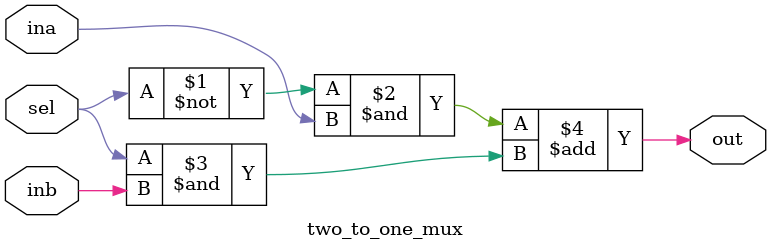
<source format=v>


// ++++++++++++++++++++++++++++++++++++++++++++++++++++++++++++++++++++++++++++

  // File Name   : SMC.v
  // Module Name : SMC
  // Release version : V1.0 (Release Date: 2023-09)

// ++++++++++++++++++++++++++++++++++++++++++++++++++++++++++++++++++++++++++++
// ############################################################################


module SMC(
  // Input signals
    mode,
    W_0, V_GS_0, V_DS_0,
    W_1, V_GS_1, V_DS_1,
    W_2, V_GS_2, V_DS_2,
    W_3, V_GS_3, V_DS_3,
    W_4, V_GS_4, V_DS_4,
    W_5, V_GS_5, V_DS_5,   
  // Output signals
    out_n
);

// ================================================================
  // INPUT AND OUTPUT DECLARATION                         
// ================================================================
input [2:0] W_0, V_GS_0, V_DS_0;
input [2:0] W_1, V_GS_1, V_DS_1;
input [2:0] W_2, V_GS_2, V_DS_2;
input [2:0] W_3, V_GS_3, V_DS_3;
input [2:0] W_4, V_GS_4, V_DS_4;
input [2:0] W_5, V_GS_5, V_DS_5;
input [1:0] mode;
// output [7:0] out_n;         					// use this if using continuous assignment for out_n  // Ex: assign out_n = XXX;
output reg [7:0] out_n; 								// use this if using procedure assignment for out_n   // Ex: always@(*) begin out_n = XXX; end

// ================================================================
   // Wire & Registers 
// ================================================================
// Declare the wire/reg you would use in your circuit
// remember 
// wire for port connection and cont. assignment
// reg for proc. assignment
wire [7:0] Id_or_Gm0 ;
wire [7:0] Id_or_Gm1 ;
wire [7:0] Id_or_Gm2 ;
wire [7:0] Id_or_Gm3 ;
wire [7:0] Id_or_Gm4 ;
wire [7:0] Id_or_Gm5 ;

wire [7:0] temp0, temp1, temp2, temp3 ;
wire [7:0] temp4, temp5, temp6, temp7 ;
wire [7:0] temp8, temp9, temp10, temp11 ;
wire [7:0] temp12, temp13, temp14, temp15 ;
wire [7:0] temp16, temp17 ;
wire [7:0] n0, n1, n2, n3, n4, n5 ;
wire [6:0] out ;


// ================================================================
   // DESIGN
// ================================================================

/*Calculate Id or gm*/
Cal_Id_Gm c0 (.mode(mode[0]), .w(W_0), .vgs(V_GS_0), .vds(V_DS_0), .Id_or_Gm(Id_or_Gm0)) ;
Cal_Id_Gm c1 (.mode(mode[0]), .w(W_1), .vgs(V_GS_1), .vds(V_DS_1), .Id_or_Gm(Id_or_Gm1)) ;
Cal_Id_Gm c2 (.mode(mode[0]), .w(W_2), .vgs(V_GS_2), .vds(V_DS_2), .Id_or_Gm(Id_or_Gm2)) ;
Cal_Id_Gm c3 (.mode(mode[0]), .w(W_3), .vgs(V_GS_3), .vds(V_DS_3), .Id_or_Gm(Id_or_Gm3)) ;
Cal_Id_Gm c4 (.mode(mode[0]), .w(W_4), .vgs(V_GS_4), .vds(V_DS_4), .Id_or_Gm(Id_or_Gm4)) ;
Cal_Id_Gm c5 (.mode(mode[0]), .w(W_5), .vgs(V_GS_5), .vds(V_DS_5), .Id_or_Gm(Id_or_Gm5)) ;


/*Sort*/
comparator c6  (.in1(Id_or_Gm0), .in2(Id_or_Gm5), .out1(temp0), .out2(temp1)) ;
comparator c7  (.in1(Id_or_Gm1), .in2(Id_or_Gm3), .out1(temp2), .out2(temp3)) ;
comparator c8  (.in1(Id_or_Gm2), .in2(Id_or_Gm4), .out1(temp4), .out2(temp5)) ;
comparator c9  (.in1(temp2), .in2(temp4), .out1(temp6), .out2(temp7)) ;
comparator c10 (.in1(temp3), .in2(temp5), .out1(temp8), .out2(temp9)) ;
comparator c11 (.in1(temp0), .in2(temp8), .out1(temp10), .out2(temp11)) ;
comparator c12 (.in1(temp7), .in2(temp1), .out1(temp12), .out2(temp13)) ;
comparator c13 (.in1(temp10), .in2(temp6), .out1(n0), .out2(temp14)) ;
comparator c14 (.in1(temp12), .in2(temp11), .out1(temp15), .out2(temp16)) ;
comparator c15 (.in1(temp9), .in2(temp13), .out1(temp17), .out2(n5)) ;
comparator c16 (.in1(temp14), .in2(temp15), .out1(n1), .out2(n2)) ;
comparator c17 (.in1(temp16), .in2(temp17), .out1(n3), .out2(n4)) ;


/*Select according to mode*/
Cal_out c18 (.mode(mode), .n0(n0), .n1(n1), .n2(n2), .n3(n3), .n4(n4), .n5(n5), .out(out)) ;


/*Output*/
always @(*) begin 
	out_n = out ;
end

endmodule


// ================================================================
  // SUB MODULE
// ================================================================

module Cal_Id_Gm (mode, w, vgs, vds, Id_or_Gm);

input  mode ;
input  [2:0] w, vgs, vds ;
output [7:0] Id_or_Gm ;

wire [2:0] vgs_m1 ;
wire [3:0] Gm_satur ;
wire [6:0] vgs_m1_sh_vds ;
wire [3:0] Gm_triode ;
wire [2:0] vds_or_vgs_m1 ;
wire [5:0] squ_out ;
wire [5:0] Cu_triode ;
wire [5:0] mux_temp1 ;
wire [5:0] mux_temp2 ;
wire [5:0] mux_out ;

// assign vgs_m1 = vgs - 1 ;      //  vgs - 1
assign vgs_m1[2] = vgs[2] & (vgs[1] | vgs[0]) ;
assign vgs_m1[1] = ~(vgs[1] ^ vgs[0]) ;
assign vgs_m1[0] = ~vgs[0] ;
assign Gm_satur = vgs_m1 << 1 ;  // (vgs - 1)*2 
four_bit_muti f0 (.in1(Gm_satur), .in2(vds), .out(vgs_m1_sh_vds)) ;
// assign vgs_m1_sh_vds = Gm_satur * vds ;  // 2(vgs - 1)*vds 
assign Gm_triode = vds << 1 ;     //  2*vds

assign vds_or_vgs_m1 = (vgs_m1 > vds) ? vds : vgs_m1 ; 
// two_to_one_mux t0 (.ina(vgs_m1[0]), .inb(vds[0]), .sel(vgs_m1 > vds), .out(vds_or_vgs_m1[0])) ;
// two_to_one_mux t1 (.ina(vgs_m1[1]), .inb(vds[1]), .sel(vgs_m1 > vds), .out(vds_or_vgs_m1[1])) ;
// two_to_one_mux t2 (.ina(vgs_m1[2]), .inb(vds[2]), .sel(vgs_m1 > vds), .out(vds_or_vgs_m1[2])) ;

square_LUT s0 (.in(vds_or_vgs_m1), .squ_out(squ_out)) ; // vds or (vgs-1) square
assign Cu_triode = vgs_m1_sh_vds - squ_out ; // 2(vgs - 1)*vds  - vds^2
assign mux_temp1 = (mode) ? Cu_triode : Gm_triode ;
assign mux_temp2 = (mode) ? squ_out : Gm_satur ;
assign mux_out = (vgs_m1 > vds) ? mux_temp1 : mux_temp2 ;
assign Id_or_Gm = mux_out * w ;
// six_bit_muti f1 (.in1(mux_out), .in2(w), .out(Id_or_Gm)) ;
// assign Id_or_Gm = time_width / 3 ;

endmodule


module comparator (in1, in2, out1, out2) ;

input  [7:0] in1, in2 ;
output [7:0] out1, out2 ;

assign out1 = (in1 > in2) ? in1 : in2 ;
assign out2 = (in1 > in2) ? in2 : in1 ;

endmodule


module Cal_out (mode, n0, n1, n2, n3, n4, n5, out) ;

input [1:0] mode ;
input [7:0] n0, n1, n2, n3, n4, n5 ;
output [6:0] out ;

wire [7:0] n0_or_n3 ;
wire [7:0] n1_or_n4 ;
wire [7:0] n2_or_n5 ;
wire [6:0] div_n0_n3 ;
wire [6:0] div_n1_n4 ;
wire [6:0] div_n2_n5 ;
wire [8:0] three_time ;
wire [8:0] four_time ;
wire [8:0] five_time ;
wire [9:0] add1, add2, add3, add4, add5 ; 
wire [7:0] wire_line ;



assign n0_or_n3 = (mode[1]) ? n0 : n3 ;
assign n1_or_n4 = (mode[1]) ? n1 : n4 ;
assign n2_or_n5 = (mode[1]) ? n2 : n5 ;
div_three_LUT d10 (.in(n0_or_n3), .div_out(div_n0_n3)) ;
div_three_LUT d12 (.in(n1_or_n4), .div_out(div_n1_n4)) ;
div_three_LUT d11 (.in(n2_or_n5), .div_out(div_n2_n5)) ;
// assign div_n0_n3 = n0_or_n3 / 3 ;
// assign div_n1_n4 = n1_or_n4 / 3 ;
// assign div_n2_n5 = n2_or_n5 / 3 ;
assign three_time = div_n0_n3 + {div_n0_n3, 1'b0} ;
assign four_time = {div_n1_n4, 2'b00} ;
assign five_time = div_n2_n5 + {div_n2_n5, 2'b00} ;
assign add1 = (mode[0]) ? three_time : div_n0_n3 ;
assign add2 = (mode[0]) ? four_time : div_n1_n4 ;
assign add3 = (mode[0]) ? five_time : div_n2_n5 ;
// ten_bit_adder t110 (.in1(add1), .in2(add2), .out(add4)) ;
// ten_bit_adder t111 (.in1(add3), .in2(add4), .out(add5)) ;

assign add4 = add1 + add2 ;
assign add5 = add4 + add3 ;
assign wire_line = (mode[0]) ? (add5 >> 2) : add5 ;
// div_three_LUT d1 (.in(wire_line), .div_out(out)) ;
assign out = wire_line / 3 ;

endmodule


module square_LUT (in, squ_out) ;

input  [2:0] in ;
output reg [5:0] squ_out ;

always @ (*) begin 
	case (in)
		3'd0 : squ_out = 0 ;
		3'd1 : squ_out = 1 ;
		3'd2 : squ_out = 4 ;
		3'd3 : squ_out = 9 ;
		3'd4 : squ_out = 16 ;
		3'd5 : squ_out = 25 ;
		3'd6 : squ_out = 36 ;
		3'd7 : squ_out = 49 ;
		default : squ_out = 0 ;
	endcase 
end

endmodule


module  div_three_LUT (in, div_out) ;

input  [7:0] in ;
output reg [6:0] div_out ;

always @ (*) begin 
	case (in)
		8'd0 : div_out = 0 ; 8'd1 : div_out = 0 ; 8'd2 : div_out = 0 ;
		8'd3 : div_out = 1 ; 8'd4 : div_out = 1 ; 8'd5 : div_out = 1 ;
		8'd6 : div_out = 2 ; 8'd7 : div_out = 2 ; 8'd8 : div_out = 2 ;
		8'd9 : div_out = 3 ; 8'd10 : div_out = 3 ; 8'd11 : div_out = 3 ;
		8'd12 : div_out = 4 ; 8'd13 : div_out = 4 ; 8'd14 : div_out = 4 ;
		8'd15 : div_out = 5 ; 8'd16 : div_out = 5 ; 8'd17 : div_out = 5 ;
		8'd18 : div_out = 6 ; 8'd19 : div_out = 6 ; 8'd20 : div_out = 6 ;
		8'd21 : div_out = 7 ; 8'd22 : div_out = 7 ; 8'd23 : div_out = 7 ;
		8'd24 : div_out = 8 ; 8'd25 : div_out = 8 ; 8'd26 : div_out = 8 ;
		8'd27 : div_out = 9 ; 8'd28 : div_out = 9 ; 8'd29 : div_out = 9 ;
		8'd30 : div_out = 10 ; 8'd31 : div_out = 10 ; 8'd32 : div_out = 10 ;
		8'd33 : div_out = 11 ; 8'd34 : div_out = 11 ; 8'd35 : div_out = 11 ;
		8'd36 : div_out = 12 ; 8'd37 : div_out = 12 ; 8'd38 : div_out = 12 ;
		8'd39 : div_out = 13 ; 8'd40 : div_out = 13 ; 8'd41 : div_out = 13 ;
		8'd42 : div_out = 14 ; 8'd43 : div_out = 14 ; 8'd44 : div_out = 14 ;
		8'd45 : div_out = 15 ; 8'd46 : div_out = 15 ; 8'd47 : div_out = 15 ;
		8'd48 : div_out = 16 ; 8'd49 : div_out = 16 ; 8'd50 : div_out = 16 ;
		8'd51 : div_out = 17 ; 8'd52 : div_out = 17 ; 8'd53 : div_out = 17 ;
		8'd54 : div_out = 18 ; 8'd55 : div_out = 18 ; 8'd56 : div_out = 18 ;
		8'd57 : div_out = 19 ; 8'd58 : div_out = 19 ; 8'd59 : div_out = 19 ;
		8'd60 : div_out = 20 ; 8'd61 : div_out = 20 ; 8'd62 : div_out = 20 ;
		8'd63 : div_out = 21 ; 8'd64 : div_out = 21 ; 8'd65 : div_out = 21 ;
		8'd66 : div_out = 22 ; 8'd67 : div_out = 22 ; 8'd68 : div_out = 22 ;
		8'd69 : div_out = 23 ; 8'd70 : div_out = 23 ; 8'd71 : div_out = 23 ;
		8'd72 : div_out = 24 ; 8'd73 : div_out = 24 ; 8'd74 : div_out = 24 ;
		8'd75 : div_out = 25 ; 8'd76 : div_out = 25 ; 8'd77 : div_out = 25 ;
		8'd78 : div_out = 26 ; 8'd79 : div_out = 26 ; 8'd80 : div_out = 26 ;
		8'd81 : div_out = 27 ; 8'd82 : div_out = 27 ; 8'd83 : div_out = 27 ;
		8'd84 : div_out = 28 ; 8'd85 : div_out = 28 ; 8'd86 : div_out = 28 ;
		8'd87 : div_out = 29 ; 8'd88 : div_out = 29 ; 8'd89 : div_out = 29 ;
		8'd90 : div_out = 30 ; 8'd91 : div_out = 30 ; 8'd92 : div_out = 30 ;
		8'd93 : div_out = 31 ; 8'd94 : div_out = 31 ; 8'd95 : div_out = 31 ;
		8'd96 : div_out = 32 ; 8'd97 : div_out = 32 ; 8'd98 : div_out = 32 ;
		8'd99 : div_out = 33 ; 8'd100 : div_out = 33 ; 8'd101 : div_out = 33 ;
		8'd102 : div_out = 34 ; 8'd103 : div_out = 34 ; 8'd104 : div_out = 34 ;
		8'd105 : div_out = 35 ; 8'd106 : div_out = 35 ; 8'd107 : div_out = 35 ;
		8'd108 : div_out = 36 ; 8'd109 : div_out = 36 ; 8'd110 : div_out = 36 ;
		8'd111 : div_out = 37 ; 8'd112 : div_out = 37 ; 8'd113 : div_out = 37 ;
		8'd114 : div_out = 38 ; 8'd115 : div_out = 38 ; 8'd116 : div_out = 38 ;
		8'd117 : div_out = 39 ; 8'd118 : div_out = 39 ; 8'd119 : div_out = 39 ;
		8'd120 : div_out = 40 ; 8'd121 : div_out = 40 ; 8'd122 : div_out = 40 ;
		8'd123 : div_out = 41 ; 8'd124 : div_out = 41 ; 8'd125 : div_out = 41 ;
		8'd126 : div_out = 42 ; 8'd127 : div_out = 42 ; 8'd128 : div_out = 42 ;
		8'd129 : div_out = 43 ; 8'd130 : div_out = 43 ; 8'd131 : div_out = 43 ;
		8'd132 : div_out = 44 ; 8'd133 : div_out = 44 ; 8'd134 : div_out = 44 ;
		8'd135 : div_out = 45 ; 8'd136 : div_out = 45 ; 8'd137 : div_out = 45 ;
		8'd138 : div_out = 46 ; 8'd139 : div_out = 46 ; 8'd140 : div_out = 46 ;
		8'd141 : div_out = 47 ; 8'd142 : div_out = 47 ; 8'd143 : div_out = 47 ;
		8'd144 : div_out = 48 ; 8'd145 : div_out = 48 ; 8'd146 : div_out = 48 ;
		8'd147 : div_out = 49 ; 8'd148 : div_out = 49 ; 8'd149 : div_out = 49 ;
		8'd150 : div_out = 50 ; 8'd151 : div_out = 50 ; 8'd152 : div_out = 50 ;
		8'd153 : div_out = 51 ; 8'd154 : div_out = 51 ; 8'd155 : div_out = 51 ;
		8'd156 : div_out = 52 ; 8'd157 : div_out = 52 ; 8'd158 : div_out = 52 ;
		8'd159 : div_out = 53 ; 8'd160 : div_out = 53 ; 8'd161 : div_out = 53 ;
		8'd162 : div_out = 54 ; 8'd163 : div_out = 54 ; 8'd164 : div_out = 54 ;
		8'd165 : div_out = 55 ; 8'd166 : div_out = 55 ; 8'd167 : div_out = 55 ;
		8'd168 : div_out = 56 ; 8'd169 : div_out = 56 ; 8'd170 : div_out = 56 ;
		8'd171 : div_out = 57 ; 8'd172 : div_out = 57 ; 8'd173 : div_out = 57 ;
		8'd174 : div_out = 58 ; 8'd175 : div_out = 58 ; 8'd176 : div_out = 58 ;
		8'd177 : div_out = 59 ; 8'd178 : div_out = 59 ; 8'd179 : div_out = 59 ;
		8'd180 : div_out = 60 ; 8'd181 : div_out = 60 ; 8'd182 : div_out = 60 ;
		8'd183 : div_out = 61 ; 8'd184 : div_out = 61 ; 8'd185 : div_out = 61 ;
		8'd186 : div_out = 62 ; 8'd187 : div_out = 62 ; 8'd188 : div_out = 62 ;		
		8'd189 : div_out = 63 ; 8'd190 : div_out = 63 ; 8'd191 : div_out = 63 ;
		8'd192 : div_out = 64 ; 8'd193 : div_out = 64 ; 8'd194 : div_out = 64 ;
		8'd195 : div_out = 65 ; 8'd196 : div_out = 65 ; 8'd197 : div_out = 65 ;
		8'd198 : div_out = 66 ; 8'd199 : div_out = 66 ; 8'd200 : div_out = 66 ;
		8'd201 : div_out = 67 ; 8'd202 : div_out = 67 ; 8'd203 : div_out = 67 ;
		8'd204 : div_out = 68 ; 8'd205 : div_out = 68 ; 8'd206 : div_out = 68 ;
		8'd207 : div_out = 69 ; 8'd208 : div_out = 69 ; 8'd209 : div_out = 69 ;
		8'd210 : div_out = 70 ; 8'd211 : div_out = 70 ; 8'd212 : div_out = 70 ;
		8'd213 : div_out = 71 ; 8'd214 : div_out = 71 ; 8'd215 : div_out = 71 ;
		8'd216 : div_out = 72 ; 8'd217 : div_out = 72 ; 8'd218 : div_out = 72 ;
		8'd219 : div_out = 73 ; 8'd220 : div_out = 73 ; 8'd221 : div_out = 73 ;
		8'd222 : div_out = 74 ; 8'd223 : div_out = 74 ; 8'd224 : div_out = 74 ;
		8'd225 : div_out = 75 ; 8'd226 : div_out = 75 ; 8'd227 : div_out = 75 ;
		8'd228 : div_out = 76 ; 8'd229 : div_out = 76 ; 8'd230 : div_out = 76 ;
		8'd231 : div_out = 77 ; 8'd232 : div_out = 77 ; 8'd233 : div_out = 77 ;
		8'd234 : div_out = 78 ; 8'd235 : div_out = 78 ; 8'd236 : div_out = 78 ;
		8'd237 : div_out = 79 ; 8'd238 : div_out = 79 ; 8'd239 : div_out = 79 ;
		8'd240 : div_out = 80 ; 8'd241 : div_out = 80 ; 8'd242 : div_out = 80 ;
		8'd243 : div_out = 81 ; 8'd244 : div_out = 81 ; 8'd245 : div_out = 81 ;
		8'd246 : div_out = 82 ; 8'd247 : div_out = 82 ; 8'd248 : div_out = 82 ;
		8'd249 : div_out = 83 ; 8'd250 : div_out = 83 ; 8'd251 : div_out = 83 ;
		8'd252 : div_out = 84 ; 8'd253 : div_out = 84 ; 8'd254 : div_out = 84 ;
		8'd255 : div_out = 85 ;
	endcase
end


endmodule



module four_bit_muti (in1, in2, out) ;

input [3:0] in1 ;
input [2:0] in2 ;
output [6:0] out ;

wire [5:0] temp ;

five_bit_adder s10 (.in1({1'b0, in1&{4{in2[0]}}}), .in2({in1, 1'b0} & {5{in2[1]}}), .out(temp)) ;
six_bit_adder s11 (.in1(temp), .in2({in1, 2'b00} & {6{in2[2]}}), .out(out)) ;

endmodule


module six_bit_muti (in1, in2, out) ;

input  [5:0] in1 ;
input  [2:0] in2 ;
output [7:0] out ;


wire [7:0] temp ;

seven_bit_adder s0 (.in1({1'b0, in1&{6{in2[0]}}}), .in2({in1, 1'b0} & {7{in2[1]}}), .out(temp)) ;
custom_eight_bit_adder s1 (.in1(temp), .in2({in1, 2'b00} & {8{in2[2]}}), .out(out)) ;

endmodule


module five_bit_adder (in1, in2, out) ;

input  [4:0]in1, in2 ;
output [5:0]out ;

wire [3:0]cin ;

FA m20 (.in1(in1[0]), .in2(in2[0]), .cin(1'b0), .sum(out[0]), .cout(cin[0])) ;
FA m21 (.in1(in1[1]), .in2(in2[1]), .cin(cin[0]), .sum(out[1]), .cout(cin[1])) ;
FA m22 (.in1(in1[2]), .in2(in2[2]), .cin(cin[1]), .sum(out[2]), .cout(cin[2])) ;
FA m23 (.in1(in1[3]), .in2(in2[3]), .cin(cin[2]), .sum(out[3]), .cout(cin[3])) ;
FA m24 (.in1(in1[4]), .in2(in2[4]), .cin(cin[3]), .sum(out[4]), .cout(out[5])) ;

endmodule

module six_bit_adder (in1, in2, out) ;

input  [5:0]in1, in2 ;
output [6:0]out ;

wire [4:0]cin ;

FA m30 (.in1(in1[0]), .in2(in2[0]), .cin(1'b0), .sum(out[0]), .cout(cin[0])) ;
FA m31 (.in1(in1[1]), .in2(in2[1]), .cin(cin[0]), .sum(out[1]), .cout(cin[1])) ;
FA m32 (.in1(in1[2]), .in2(in2[2]), .cin(cin[1]), .sum(out[2]), .cout(cin[2])) ;
FA m33 (.in1(in1[3]), .in2(in2[3]), .cin(cin[2]), .sum(out[3]), .cout(cin[3])) ;
FA m34 (.in1(in1[4]), .in2(in2[4]), .cin(cin[3]), .sum(out[4]), .cout(cin[4])) ;
FA m35 (.in1(in1[5]), .in2(in2[5]), .cin(cin[4]), .sum(out[5]), .cout(out[6])) ;

endmodule




module seven_bit_adder (in1, in2, out) ;

input  [6:0]in1, in2 ;
output [7:0]out ;

wire [5:0]cin ;

FA m0 (.in1(in1[0]), .in2(in2[0]), .cin(1'b0), .sum(out[0]), .cout(cin[0])) ;
FA m1 (.in1(in1[1]), .in2(in2[1]), .cin(cin[0]), .sum(out[1]), .cout(cin[1])) ;
FA m2 (.in1(in1[2]), .in2(in2[2]), .cin(cin[1]), .sum(out[2]), .cout(cin[2])) ;
FA m3 (.in1(in1[3]), .in2(in2[3]), .cin(cin[2]), .sum(out[3]), .cout(cin[3])) ;
FA m4 (.in1(in1[4]), .in2(in2[4]), .cin(cin[3]), .sum(out[4]), .cout(cin[4])) ;
FA m5 (.in1(in1[5]), .in2(in2[5]), .cin(cin[4]), .sum(out[5]), .cout(cin[5])) ;
FA m6 (.in1(in1[6]), .in2(in2[6]), .cin(cin[5]), .sum(out[6]), .cout(out[7])) ;

endmodule

module eight_bit_adder (in1, in2, out) ;

input  [7:0]in1, in2 ;
output [8:0]out ;

wire [6:0]cin ;

FA m7 (.in1(in1[0]), .in2(in2[0]), .cin(1'b0), .sum(out[0]), .cout(cin[0])) ;
FA m8 (.in1(in1[1]), .in2(in2[1]), .cin(cin[0]), .sum(out[1]), .cout(cin[1])) ;
FA m9 (.in1(in1[2]), .in2(in2[2]), .cin(cin[1]), .sum(out[2]), .cout(cin[2])) ;
FA m10 (.in1(in1[3]), .in2(in2[3]), .cin(cin[2]), .sum(out[3]), .cout(cin[3])) ;
FA m11 (.in1(in1[4]), .in2(in2[4]), .cin(cin[3]), .sum(out[4]), .cout(cin[4])) ;
FA m12 (.in1(in1[5]), .in2(in2[5]), .cin(cin[4]), .sum(out[5]), .cout(cin[5])) ;
FA m13 (.in1(in1[6]), .in2(in2[6]), .cin(cin[5]), .sum(out[6]), .cout(cin[6])) ;
FA m14 (.in1(in1[7]), .in2(in2[7]), .cin(cin[6]), .sum(out[7]), .cout(out[8])) ;

endmodule

module nine_bit_adder (in1, in2, out) ;

input  [8:0]in1, in2 ;
output [8:0]out ;

wire [8:0]cin ;

FA m47 (.in1(in1[0]), .in2(in2[0]), .cin(1'b0), .sum(out[0]), .cout(cin[0])) ;
FA m48 (.in1(in1[1]), .in2(in2[1]), .cin(cin[0]), .sum(out[1]), .cout(cin[1])) ;
FA m49 (.in1(in1[2]), .in2(in2[2]), .cin(cin[1]), .sum(out[2]), .cout(cin[2])) ;
FA m50 (.in1(in1[3]), .in2(in2[3]), .cin(cin[2]), .sum(out[3]), .cout(cin[3])) ;
FA m51 (.in1(in1[4]), .in2(in2[4]), .cin(cin[3]), .sum(out[4]), .cout(cin[4])) ;
FA m52 (.in1(in1[5]), .in2(in2[5]), .cin(cin[4]), .sum(out[5]), .cout(cin[5])) ;
FA m53 (.in1(in1[6]), .in2(in2[6]), .cin(cin[5]), .sum(out[6]), .cout(cin[6])) ;
FA m54 (.in1(in1[7]), .in2(in2[7]), .cin(cin[6]), .sum(out[7]), .cout(cin[7])) ;
FA m55 (.in1(in1[8]), .in2(in2[8]), .cin(cin[7]), .sum(out[8]), .cout(cin[8])) ;

endmodule

module ten_bit_adder (in1, in2, out) ;

input  [9:0]in1, in2 ;
output [9:0]out ;

wire [9:0]cin ;

FA m47 (.in1(in1[0]), .in2(in2[0]), .cin(1'b0), .sum(out[0]), .cout(cin[0])) ;
FA m48 (.in1(in1[1]), .in2(in2[1]), .cin(cin[0]), .sum(out[1]), .cout(cin[1])) ;
FA m49 (.in1(in1[2]), .in2(in2[2]), .cin(cin[1]), .sum(out[2]), .cout(cin[2])) ;
FA m50 (.in1(in1[3]), .in2(in2[3]), .cin(cin[2]), .sum(out[3]), .cout(cin[3])) ;
FA m51 (.in1(in1[4]), .in2(in2[4]), .cin(cin[3]), .sum(out[4]), .cout(cin[4])) ;
FA m52 (.in1(in1[5]), .in2(in2[5]), .cin(cin[4]), .sum(out[5]), .cout(cin[5])) ;
FA m53 (.in1(in1[6]), .in2(in2[6]), .cin(cin[5]), .sum(out[6]), .cout(cin[6])) ;
FA m54 (.in1(in1[7]), .in2(in2[7]), .cin(cin[6]), .sum(out[7]), .cout(cin[7])) ;
FA m55 (.in1(in1[8]), .in2(in2[8]), .cin(cin[7]), .sum(out[8]), .cout(cin[8])) ;
FA m155 (.in1(in1[9]), .in2(in2[9]), .cin(cin[8]), .sum(out[9]), .cout(cin[9])) ;

endmodule

module custom_eight_bit_adder (in1, in2, out) ;

input  [7:0]in1, in2 ;
output [7:0]out ;

wire [7:0]cin ;

FA m7 (.in1(in1[0]), .in2(in2[0]), .cin(1'b0), .sum(out[0]), .cout(cin[0])) ;
FA m8 (.in1(in1[1]), .in2(in2[1]), .cin(cin[0]), .sum(out[1]), .cout(cin[1])) ;
FA m9 (.in1(in1[2]), .in2(in2[2]), .cin(cin[1]), .sum(out[2]), .cout(cin[2])) ;
FA m10 (.in1(in1[3]), .in2(in2[3]), .cin(cin[2]), .sum(out[3]), .cout(cin[3])) ;
FA m11 (.in1(in1[4]), .in2(in2[4]), .cin(cin[3]), .sum(out[4]), .cout(cin[4])) ;
FA m12 (.in1(in1[5]), .in2(in2[5]), .cin(cin[4]), .sum(out[5]), .cout(cin[5])) ;
FA m13 (.in1(in1[6]), .in2(in2[6]), .cin(cin[5]), .sum(out[6]), .cout(cin[6])) ;
FA m14 (.in1(in1[7]), .in2(in2[7]), .cin(cin[6]), .sum(out[7]), .cout(cin[7])) ;

endmodule

module FA (in1, in2, cin, sum, cout) ;

input in1, in2, cin ;
output sum, cout ;

assign sum = in1 ^ in2 ^ cin ;
assign cout = (in1 & in2) | (in1 & cin) | (in2 & cin) ;

endmodule

module two_to_one_mux (ina, inb, sel, out) ;

input ina, inb, sel ;
output out ;

assign out = (~sel & ina) + (sel & inb) ; 

endmodule
// --------------------------------------------------




</source>
